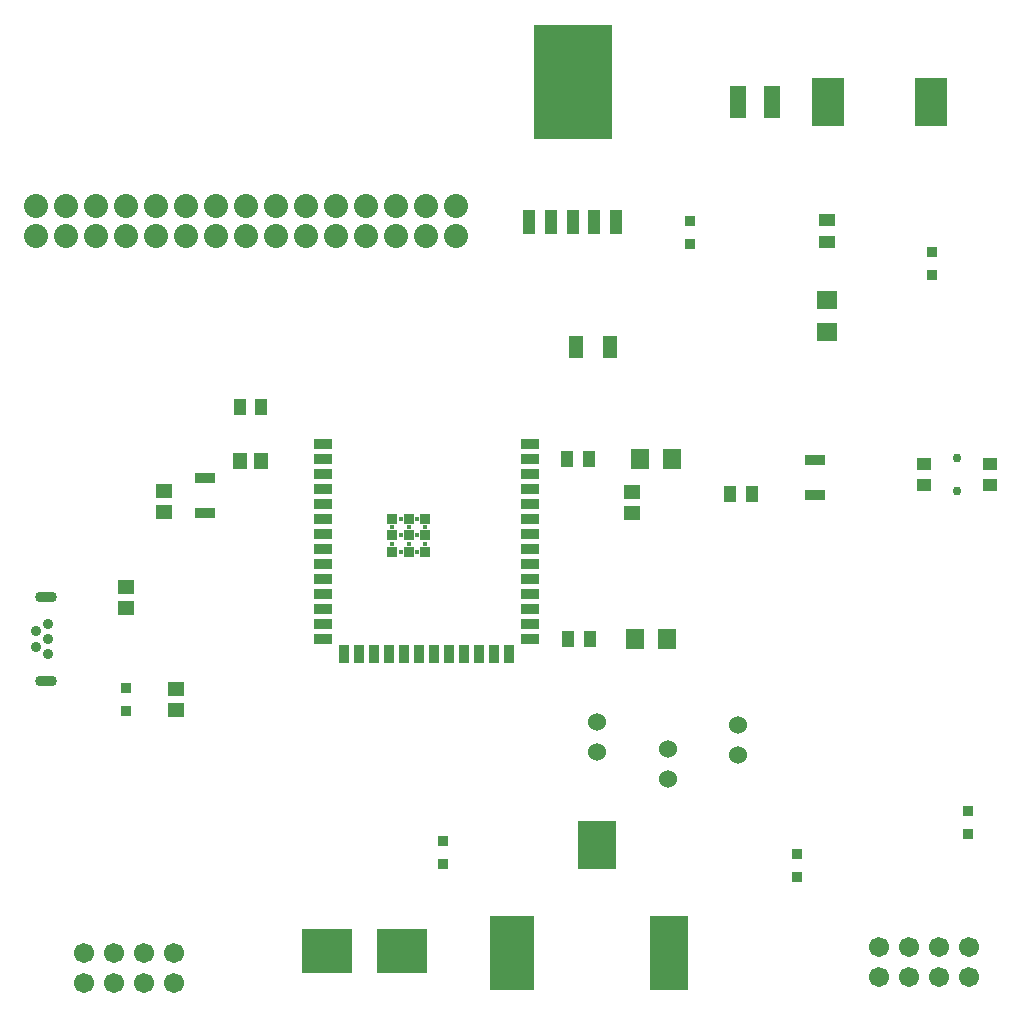
<source format=gbr>
G04*
G04 #@! TF.GenerationSoftware,Altium Limited,Altium Designer,25.3.3 (18)*
G04*
G04 Layer_Color=255*
%FSLAX44Y44*%
%MOMM*%
G71*
G04*
G04 #@! TF.SameCoordinates,28098AB9-3807-4A49-8781-5BF9FE85299D*
G04*
G04*
G04 #@! TF.FilePolarity,Positive*
G04*
G01*
G75*
%ADD17R,1.4500X1.2500*%
%ADD18R,1.2500X1.4500*%
%ADD19R,1.0668X1.3462*%
%ADD20R,4.2418X3.8100*%
%ADD21R,0.8890X0.9525*%
%ADD22R,3.3000X4.0600*%
%ADD23R,3.3000X6.3500*%
%ADD24R,3.8100X6.3500*%
%ADD25R,1.7300X0.9700*%
%ADD26R,1.4500X1.1500*%
%ADD27R,1.3700X2.8100*%
%ADD28R,1.2900X1.9100*%
%ADD29R,2.7000X4.1000*%
%ADD30R,0.9000X0.9000*%
%ADD31R,1.5000X0.9000*%
%ADD32R,0.9000X1.5000*%
%ADD33R,1.0000X1.4200*%
%ADD34R,1.0000X2.0500*%
%ADD35R,6.7000X9.7000*%
%ADD36R,1.4200X1.0000*%
%ADD37R,1.7500X1.5000*%
%ADD38R,1.5000X1.7500*%
%ADD39R,1.2000X1.0000*%
%ADD61C,1.7018*%
%ADD70C,1.5240*%
%ADD71C,2.0320*%
%ADD72C,0.4000*%
%ADD73C,0.9000*%
%ADD74O,1.8500X0.9000*%
%ADD75C,0.7500*%
D17*
X527050Y441960D02*
D03*
Y459740D02*
D03*
X140970Y293370D02*
D03*
Y275590D02*
D03*
X99060Y361310D02*
D03*
Y379090D02*
D03*
D18*
X194950Y486410D02*
D03*
X212730D02*
D03*
D19*
X195707Y532130D02*
D03*
X213233D02*
D03*
D20*
X332867Y71120D02*
D03*
X269113D02*
D03*
D21*
X666750Y153225D02*
D03*
Y133794D02*
D03*
X781050Y663321D02*
D03*
Y643890D02*
D03*
X99060Y274764D02*
D03*
Y294195D02*
D03*
X811530Y170625D02*
D03*
Y190056D02*
D03*
X367030Y164655D02*
D03*
Y145225D02*
D03*
X576580Y669734D02*
D03*
Y689165D02*
D03*
D22*
X497800Y161250D02*
D03*
D23*
X558800Y69850D02*
D03*
D24*
X425900D02*
D03*
D25*
X681990Y487240D02*
D03*
Y457640D02*
D03*
X165540Y442400D02*
D03*
Y472000D02*
D03*
D26*
X130810Y443120D02*
D03*
Y461120D02*
D03*
D27*
X616990Y789940D02*
D03*
X645390D02*
D03*
D28*
X479430Y582930D02*
D03*
X508630D02*
D03*
D29*
X780350Y789940D02*
D03*
X692850D02*
D03*
D30*
X338190Y423180D02*
D03*
X324190D02*
D03*
X352190D02*
D03*
X324190Y409180D02*
D03*
X338190D02*
D03*
X352190D02*
D03*
X324190Y437180D02*
D03*
X338190D02*
D03*
X352190D02*
D03*
D31*
X265690Y500380D02*
D03*
Y487680D02*
D03*
Y474980D02*
D03*
Y462280D02*
D03*
Y449580D02*
D03*
Y436880D02*
D03*
Y424180D02*
D03*
Y411480D02*
D03*
Y398780D02*
D03*
Y386080D02*
D03*
Y373380D02*
D03*
Y360680D02*
D03*
Y347980D02*
D03*
Y335280D02*
D03*
X440690D02*
D03*
Y347980D02*
D03*
Y360680D02*
D03*
Y373380D02*
D03*
Y386080D02*
D03*
Y398780D02*
D03*
Y411480D02*
D03*
Y424180D02*
D03*
Y436880D02*
D03*
Y449580D02*
D03*
Y462280D02*
D03*
Y474980D02*
D03*
Y487680D02*
D03*
Y500380D02*
D03*
D32*
X283340Y322780D02*
D03*
X296040D02*
D03*
X308740D02*
D03*
X321440D02*
D03*
X334140D02*
D03*
X346840D02*
D03*
X359540D02*
D03*
X372240D02*
D03*
X384940D02*
D03*
X397640D02*
D03*
X410340D02*
D03*
X423040D02*
D03*
D33*
X629110Y458470D02*
D03*
X610410D02*
D03*
X473250Y335280D02*
D03*
X491950D02*
D03*
X471980Y487680D02*
D03*
X490680D02*
D03*
D34*
X440400Y688340D02*
D03*
X458700D02*
D03*
X477000D02*
D03*
X495300D02*
D03*
X513600D02*
D03*
D35*
X477000Y807340D02*
D03*
D36*
X692150Y671830D02*
D03*
Y690530D02*
D03*
D37*
Y622300D02*
D03*
Y595300D02*
D03*
D38*
X530060Y335280D02*
D03*
X557060D02*
D03*
X533870Y487680D02*
D03*
X560870D02*
D03*
D39*
X830640Y483260D02*
D03*
Y466260D02*
D03*
X774640Y483260D02*
D03*
Y466260D02*
D03*
D61*
X63500Y44450D02*
D03*
X88900D02*
D03*
X114300D02*
D03*
X139700D02*
D03*
X63500Y69850D02*
D03*
X88900D02*
D03*
X114300D02*
D03*
X139700D02*
D03*
X736600Y49530D02*
D03*
X762000D02*
D03*
X787400D02*
D03*
X812800D02*
D03*
X736600Y74930D02*
D03*
X762000D02*
D03*
X787400D02*
D03*
X812800D02*
D03*
D70*
X497840Y240030D02*
D03*
Y265430D02*
D03*
X617220Y237490D02*
D03*
Y262890D02*
D03*
X557530Y217170D02*
D03*
Y242570D02*
D03*
D71*
X378460Y676910D02*
D03*
Y702310D02*
D03*
X353060Y676910D02*
D03*
Y702310D02*
D03*
X327660Y676910D02*
D03*
Y702310D02*
D03*
X302260Y676910D02*
D03*
Y702310D02*
D03*
X276860Y676910D02*
D03*
Y702310D02*
D03*
X251460Y676910D02*
D03*
Y702310D02*
D03*
X226060Y676910D02*
D03*
Y702310D02*
D03*
X200660Y676910D02*
D03*
Y702310D02*
D03*
X175260Y676910D02*
D03*
Y702310D02*
D03*
X149860Y676910D02*
D03*
Y702310D02*
D03*
X124460Y676910D02*
D03*
Y702310D02*
D03*
X99060Y676910D02*
D03*
Y702310D02*
D03*
X73660Y676910D02*
D03*
Y702310D02*
D03*
X48260Y676910D02*
D03*
Y702310D02*
D03*
X22860Y676910D02*
D03*
Y702310D02*
D03*
D72*
X338190Y430180D02*
D03*
X324190D02*
D03*
X352190D02*
D03*
X324190Y416180D02*
D03*
X338190D02*
D03*
X352190D02*
D03*
X331190Y437180D02*
D03*
X345190D02*
D03*
X331190Y423180D02*
D03*
X345190D02*
D03*
X331190Y409180D02*
D03*
X345190D02*
D03*
D73*
X22860Y328930D02*
D03*
Y341930D02*
D03*
X32860Y322430D02*
D03*
Y335430D02*
D03*
Y348430D02*
D03*
D74*
X30660Y371180D02*
D03*
Y299680D02*
D03*
D75*
X802640Y488510D02*
D03*
Y461010D02*
D03*
M02*

</source>
